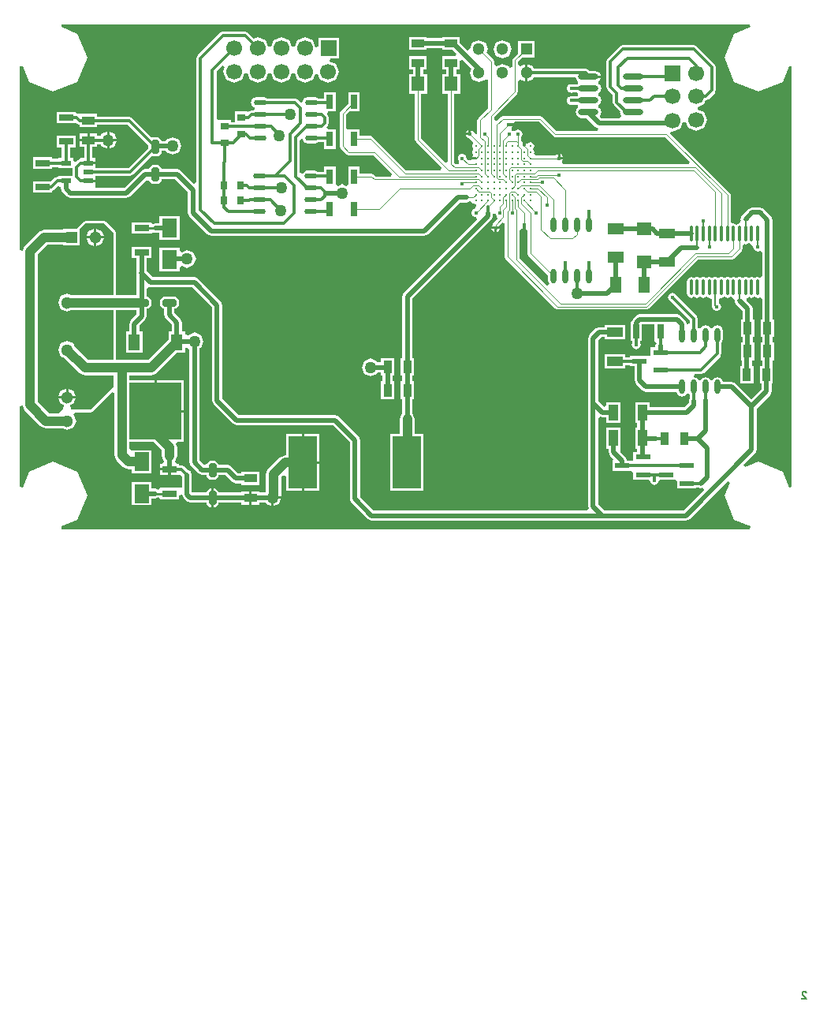
<source format=gtl>
%FSLAX42Y42*%
%MOMM*%
G71*
G01*
G75*
G04 Layer_Physical_Order=1*
G04 Layer_Color=255*
%ADD10R,1.45X1.65*%
%ADD11R,1.65X1.45*%
%ADD12O,2.20X0.60*%
%ADD13R,1.30X1.80*%
%ADD14R,5.55X6.10*%
%ADD15R,1.55X0.60*%
%ADD16R,0.80X0.90*%
%ADD17R,0.90X0.80*%
%ADD18R,1.40X0.90*%
%ADD19R,0.90X1.40*%
%ADD20R,1.15X1.80*%
%ADD21R,1.80X1.15*%
%ADD22R,1.55X0.70*%
%ADD23R,0.70X1.55*%
%ADD24R,1.00X1.75*%
%ADD25R,1.75X1.00*%
%ADD26R,3.10X5.60*%
%ADD27C,0.29*%
%ADD28O,0.40X1.70*%
%ADD29R,1.65X2.00*%
G04:AMPARAMS|DCode=30|XSize=0.8mm|YSize=1.5mm|CornerRadius=0mm|HoleSize=0mm|Usage=FLASHONLY|Rotation=180.000|XOffset=0mm|YOffset=0mm|HoleType=Round|Shape=Octagon|*
%AMOCTAGOND30*
4,1,8,0.20,-0.75,-0.20,-0.75,-0.40,-0.55,-0.40,0.55,-0.20,0.75,0.20,0.75,0.40,0.55,0.40,-0.55,0.20,-0.75,0.0*
%
%ADD30OCTAGOND30*%

G04:AMPARAMS|DCode=31|XSize=0.8mm|YSize=1.5mm|CornerRadius=0mm|HoleSize=0mm|Usage=FLASHONLY|Rotation=90.000|XOffset=0mm|YOffset=0mm|HoleType=Round|Shape=Octagon|*
%AMOCTAGOND31*
4,1,8,-0.75,-0.20,-0.75,0.20,-0.55,0.40,0.55,0.40,0.75,0.20,0.75,-0.20,0.55,-0.40,-0.55,-0.40,-0.75,-0.20,0.0*
%
%ADD31OCTAGOND31*%

%ADD32O,1.35X0.55*%
%ADD33O,0.60X1.55*%
%ADD34R,1.10X0.60*%
%ADD35C,0.50*%
%ADD36C,0.30*%
%ADD37C,0.10*%
%ADD38C,1.00*%
%ADD39C,0.25*%
%ADD40C,0.15*%
%ADD41C,0.20*%
%ADD42C,1.70*%
%ADD43R,1.70X1.70*%
%ADD44R,1.70X1.70*%
%ADD45C,1.30*%
%ADD46R,1.30X1.30*%
%ADD47C,1.27*%
%ADD48C,0.40*%
G36*
X5473Y3265D02*
X5492Y3252D01*
Y3009D01*
X5502Y2986D01*
X5713Y2775D01*
Y2714D01*
X5727Y2682D01*
X5702Y2665D01*
X5412Y2955D01*
Y3259D01*
X5437Y3276D01*
X5447Y3271D01*
Y3315D01*
X5473D01*
Y3265D01*
D02*
G37*
G36*
X5770Y4267D02*
X5793Y4257D01*
X6974D01*
X7238Y3993D01*
X7226Y3965D01*
X5873D01*
X5867Y3995D01*
X5868Y3995D01*
X5878Y4017D01*
X5834D01*
Y4030D01*
X5821D01*
Y4074D01*
X5799Y4065D01*
X5798Y4063D01*
X5582D01*
X5565Y4088D01*
X5568Y4095D01*
X5556Y4126D01*
D01*
X5556Y4126D01*
Y4129D01*
X5556D01*
X5568Y4160D01*
X5556Y4191D01*
X5525Y4203D01*
X5494Y4191D01*
D01*
Y4191D01*
X5491D01*
Y4191D01*
X5473Y4198D01*
Y4160D01*
X5447D01*
Y4204D01*
X5428Y4217D01*
Y4254D01*
X5430Y4255D01*
X5444Y4290D01*
X5430Y4325D01*
X5395Y4339D01*
X5360Y4325D01*
D01*
Y4325D01*
X5332D01*
Y4325D01*
X5327Y4327D01*
X5325Y4355D01*
X5325D01*
X5325Y4355D01*
D01*
D01*
D01*
X5334Y4377D01*
X5290D01*
Y4403D01*
X5343D01*
X5354Y4420D01*
X5617D01*
X5770Y4267D01*
D02*
G37*
G36*
X1050Y3231D02*
Y2563D01*
X589D01*
X550Y2579D01*
X481Y2550D01*
X452Y2481D01*
X481Y2412D01*
X550Y2383D01*
X589Y2400D01*
X1050D01*
Y1863D01*
X776D01*
X635Y2003D01*
X619Y2042D01*
X550Y2071D01*
X481Y2042D01*
X452Y1973D01*
X481Y1904D01*
X520Y1888D01*
X684Y1724D01*
X742Y1700D01*
X1050D01*
Y1581D01*
X800Y1331D01*
X593D01*
X583Y1381D01*
X619Y1396D01*
X643Y1453D01*
X550D01*
X457D01*
X481Y1396D01*
X517Y1381D01*
X507Y1331D01*
X500D01*
X462Y1293D01*
X354D01*
X232Y1415D01*
Y2997D01*
X334Y3100D01*
X506D01*
Y3091D01*
X686D01*
Y3272D01*
X746Y3331D01*
X950D01*
X1050Y3231D01*
D02*
G37*
G36*
X8471Y-4904D02*
X8475Y-4905D01*
X8479Y-4906D01*
X8480Y-4906D01*
X8482Y-4907D01*
X8483Y-4907D01*
X8484Y-4908D01*
X8485Y-4909D01*
X8486Y-4909D01*
X8487Y-4910D01*
X8487Y-4910D01*
X8488Y-4910D01*
X8488Y-4910D01*
X8489Y-4911D01*
X8491Y-4913D01*
X8492Y-4915D01*
X8493Y-4916D01*
X8495Y-4920D01*
X8496Y-4924D01*
X8496Y-4925D01*
X8497Y-4927D01*
X8497Y-4928D01*
X8497Y-4930D01*
X8498Y-4931D01*
Y-4931D01*
X8498Y-4932D01*
Y-4932D01*
X8479Y-4934D01*
X8479Y-4931D01*
X8479Y-4929D01*
X8478Y-4927D01*
X8477Y-4925D01*
X8477Y-4924D01*
X8476Y-4923D01*
X8476Y-4922D01*
X8476Y-4922D01*
X8474Y-4921D01*
X8473Y-4920D01*
X8471Y-4920D01*
X8470Y-4919D01*
X8468Y-4919D01*
X8467Y-4919D01*
X8466D01*
X8464Y-4919D01*
X8462Y-4919D01*
X8461Y-4920D01*
X8460Y-4920D01*
X8458Y-4921D01*
X8458Y-4922D01*
X8457Y-4922D01*
X8457Y-4922D01*
X8456Y-4923D01*
X8455Y-4925D01*
X8455Y-4927D01*
X8454Y-4928D01*
X8454Y-4929D01*
X8454Y-4931D01*
Y-4931D01*
Y-4931D01*
Y-4932D01*
X8454Y-4934D01*
X8454Y-4936D01*
X8455Y-4938D01*
X8456Y-4939D01*
X8456Y-4941D01*
X8457Y-4942D01*
X8457Y-4943D01*
X8458Y-4943D01*
X8458Y-4944D01*
X8459Y-4945D01*
X8460Y-4946D01*
X8461Y-4947D01*
X8464Y-4950D01*
X8466Y-4952D01*
X8469Y-4955D01*
X8470Y-4956D01*
X8471Y-4957D01*
X8472Y-4957D01*
X8472Y-4958D01*
X8473Y-4958D01*
X8473Y-4959D01*
X8476Y-4961D01*
X8478Y-4964D01*
X8481Y-4966D01*
X8483Y-4968D01*
X8485Y-4970D01*
X8486Y-4972D01*
X8488Y-4974D01*
X8489Y-4976D01*
X8490Y-4977D01*
X8491Y-4978D01*
X8492Y-4979D01*
X8493Y-4980D01*
X8493Y-4981D01*
X8493Y-4981D01*
X8494Y-4982D01*
Y-4982D01*
X8495Y-4985D01*
X8497Y-4988D01*
X8498Y-4991D01*
X8499Y-4994D01*
X8499Y-4997D01*
X8500Y-4998D01*
X8500Y-4998D01*
X8500Y-4999D01*
X8500Y-5000D01*
Y-5000D01*
Y-5000D01*
X8435D01*
Y-4983D01*
X8472D01*
X8471Y-4981D01*
X8470Y-4979D01*
X8469Y-4979D01*
X8469Y-4978D01*
X8469Y-4978D01*
X8468Y-4978D01*
X8468Y-4977D01*
X8467Y-4977D01*
X8466Y-4975D01*
X8464Y-4973D01*
X8462Y-4971D01*
X8460Y-4970D01*
X8459Y-4968D01*
X8458Y-4968D01*
X8458Y-4967D01*
X8457Y-4967D01*
X8457Y-4967D01*
X8454Y-4964D01*
X8452Y-4962D01*
X8450Y-4960D01*
X8448Y-4958D01*
X8447Y-4957D01*
X8446Y-4956D01*
X8445Y-4955D01*
X8445Y-4955D01*
X8443Y-4952D01*
X8442Y-4950D01*
X8441Y-4948D01*
X8439Y-4946D01*
X8439Y-4945D01*
X8438Y-4944D01*
X8438Y-4943D01*
X8438Y-4943D01*
X8437Y-4940D01*
X8436Y-4938D01*
X8436Y-4936D01*
X8436Y-4934D01*
X8435Y-4933D01*
X8435Y-4931D01*
Y-4931D01*
Y-4930D01*
X8435Y-4928D01*
X8436Y-4926D01*
X8436Y-4924D01*
X8437Y-4922D01*
X8438Y-4919D01*
X8439Y-4916D01*
X8440Y-4915D01*
X8441Y-4914D01*
X8442Y-4913D01*
X8442Y-4913D01*
X8443Y-4912D01*
X8443Y-4911D01*
X8443Y-4911D01*
X8444Y-4911D01*
X8445Y-4910D01*
X8447Y-4909D01*
X8449Y-4908D01*
X8450Y-4907D01*
X8454Y-4905D01*
X8458Y-4905D01*
X8459Y-4904D01*
X8461Y-4904D01*
X8462Y-4904D01*
X8464Y-4904D01*
X8464Y-4904D01*
X8468D01*
X8471Y-4904D01*
D02*
G37*
G36*
X1446Y2643D02*
X1895D01*
X2107Y2431D01*
Y1430D01*
X2123Y1391D01*
X2334Y1180D01*
X2373Y1164D01*
X3406D01*
X3585Y985D01*
Y374D01*
X3601Y335D01*
X3780Y156D01*
X3819Y140D01*
X7195D01*
X7234Y156D01*
X7234Y156D01*
X7234Y156D01*
X7643Y565D01*
X7668Y549D01*
X7609Y408D01*
X7716Y149D01*
X7887Y78D01*
X7881Y49D01*
X494D01*
X488Y78D01*
X659Y149D01*
X766Y408D01*
X659Y666D01*
X400Y773D01*
X141Y666D01*
X71Y496D01*
X41Y502D01*
Y1370D01*
X71Y1376D01*
X92Y1324D01*
X262Y1154D01*
X320Y1130D01*
X511D01*
X550Y1113D01*
X619Y1142D01*
X648Y1211D01*
X620Y1279D01*
X637Y1304D01*
X800D01*
X800Y1304D01*
X814Y1309D01*
X819Y1312D01*
X819Y1312D01*
X1028Y1521D01*
X1056Y1509D01*
Y845D01*
X1080Y787D01*
X1154Y714D01*
X1211Y690D01*
X1242D01*
Y646D01*
X1458D01*
Y897D01*
X1242D01*
Y897D01*
X1240D01*
X1219Y918D01*
Y986D01*
X1480D01*
X1568Y897D01*
Y831D01*
X1591Y777D01*
X1574Y752D01*
X1547D01*
Y704D01*
X1650D01*
Y691D01*
X1663D01*
Y631D01*
X1753D01*
Y631D01*
X1760D01*
X1782Y610D01*
Y492D01*
X1753D01*
Y492D01*
X1547D01*
Y492D01*
X1532Y472D01*
X1500Y486D01*
X1458D01*
Y557D01*
X1242D01*
Y306D01*
X1458D01*
Y377D01*
X1500D01*
X1532Y390D01*
X1532Y390D01*
Y390D01*
X1547Y371D01*
Y371D01*
X1753D01*
Y415D01*
X1782Y421D01*
X1798Y384D01*
X1831Y350D01*
X1870Y334D01*
X2047D01*
Y321D01*
X2080Y288D01*
X2100D01*
Y389D01*
Y489D01*
X2080D01*
X2047Y456D01*
Y443D01*
X1893D01*
X1891Y445D01*
Y634D01*
X1875Y672D01*
X1849Y683D01*
X1810Y722D01*
X1779Y735D01*
X1779Y735D01*
X1753D01*
Y752D01*
X1726D01*
X1709Y777D01*
X1732Y831D01*
Y931D01*
X1719Y961D01*
X1736Y986D01*
X1803D01*
Y1304D01*
X1500D01*
Y1316D01*
X1487D01*
Y1647D01*
X1219D01*
Y1700D01*
X1454D01*
X1512Y1724D01*
X1512Y1724D01*
X1512Y1724D01*
X1729Y1941D01*
X1819D01*
Y1991D01*
X1840Y1995D01*
X1863Y1976D01*
Y764D01*
X1879Y725D01*
X1959Y645D01*
X1959D01*
X1959D01*
X1959Y645D01*
X1959Y645D01*
X1998Y629D01*
X2047D01*
Y616D01*
X2080Y583D01*
X2145D01*
X2178Y616D01*
Y629D01*
X2251D01*
X2326Y554D01*
X2365Y538D01*
X2423D01*
Y522D01*
X2614D01*
Y663D01*
X2423D01*
Y647D01*
X2388D01*
X2312Y722D01*
X2274Y738D01*
X2178D01*
Y751D01*
X2145Y784D01*
X2080D01*
X2047Y751D01*
Y750D01*
X2019Y739D01*
X1972Y786D01*
Y1990D01*
X1986Y1996D01*
X2014Y2064D01*
X1986Y2132D01*
X1917Y2160D01*
X1849Y2132D01*
X1849Y2130D01*
X1819Y2136D01*
Y2172D01*
X1784D01*
Y2269D01*
X1772Y2296D01*
X1768Y2307D01*
X1702Y2373D01*
Y2416D01*
X1715D01*
X1748Y2449D01*
Y2514D01*
X1715Y2547D01*
X1580D01*
X1547Y2514D01*
Y2449D01*
X1580Y2416D01*
X1593D01*
Y2350D01*
X1609Y2311D01*
X1674Y2246D01*
Y2172D01*
X1639D01*
Y2081D01*
X1420Y1863D01*
X1077D01*
Y2400D01*
X1298D01*
Y2356D01*
X1232Y2291D01*
X1216Y2252D01*
Y2172D01*
X1181D01*
Y1941D01*
X1361D01*
Y2172D01*
X1326D01*
Y2230D01*
X1391Y2295D01*
X1407Y2334D01*
X1407Y2334D01*
X1407Y2334D01*
Y2416D01*
X1420D01*
X1453Y2449D01*
Y2514D01*
X1420Y2547D01*
X1405D01*
Y2633D01*
X1429Y2650D01*
X1446Y2643D01*
D02*
G37*
G36*
X4893Y4991D02*
X4875Y4946D01*
X4903Y4877D01*
X4972Y4848D01*
X5042Y4877D01*
X5042D01*
X5042D01*
X5070Y4871D01*
Y4566D01*
X4965Y4462D01*
X4956Y4439D01*
Y4295D01*
X4947Y4291D01*
X4919Y4303D01*
X4910Y4325D01*
X4888Y4334D01*
Y4290D01*
X4875D01*
Y4277D01*
X4831D01*
X4840Y4255D01*
X4875Y4241D01*
X4877Y4242D01*
X4913Y4206D01*
X4909Y4191D01*
X4909Y4191D01*
X4909Y4191D01*
X4897Y4160D01*
X4909Y4129D01*
D01*
Y4129D01*
Y4129D01*
D01*
X4909Y4126D01*
X4909D01*
X4897Y4095D01*
X4909Y4064D01*
D01*
Y4064D01*
Y4064D01*
D01*
X4909Y4061D01*
X4909D01*
X4902Y4043D01*
X4940D01*
Y4017D01*
X4896D01*
X4892Y4011D01*
X4862Y4008D01*
X4842Y4028D01*
X4843Y4030D01*
X4828Y4065D01*
X4794Y4079D01*
X4759Y4065D01*
X4745Y4030D01*
X4759Y3995D01*
X4760Y3995D01*
X4754Y3965D01*
X4726D01*
X4707Y3985D01*
Y4720D01*
X4773D01*
Y4935D01*
X4729D01*
Y4983D01*
X4769D01*
Y5076D01*
X4797Y5087D01*
X4893Y4991D01*
D02*
G37*
G36*
X7887Y5437D02*
X7716Y5366D01*
X7609Y5108D01*
X7716Y4849D01*
X7975Y4742D01*
X8234Y4849D01*
X8304Y5019D01*
X8334Y5013D01*
Y502D01*
X8304Y496D01*
X8234Y666D01*
X7975Y773D01*
X7834Y715D01*
X7817Y740D01*
X7939Y861D01*
X7955Y900D01*
Y1345D01*
X8099Y1489D01*
X8115Y1527D01*
Y1611D01*
X8130D01*
Y1802D01*
X8125D01*
Y1862D01*
X8140D01*
Y2053D01*
X8125D01*
Y2112D01*
X8140D01*
Y2303D01*
X8125D01*
Y3370D01*
X8109Y3409D01*
X8031Y3486D01*
X7992Y3502D01*
X7907D01*
X7869Y3486D01*
X7798Y3415D01*
X7782Y3376D01*
X7785Y3367D01*
X7771Y3333D01*
X7771D01*
X7771Y3333D01*
X7739Y3319D01*
X7706Y3333D01*
X7699Y3330D01*
X7674Y3347D01*
Y3636D01*
X7665Y3660D01*
X7030Y4294D01*
X7047Y4319D01*
X7053Y4317D01*
X7137Y4352D01*
X7165Y4419D01*
X7195D01*
X7222Y4354D01*
X7307Y4319D01*
X7391Y4354D01*
X7426Y4438D01*
X7391Y4522D01*
X7325Y4550D01*
Y4580D01*
X7391Y4608D01*
X7408Y4649D01*
X7437Y4661D01*
X7506Y4730D01*
X7506Y4730D01*
X7510Y4739D01*
X7519Y4761D01*
X7519Y4761D01*
Y5005D01*
X7506Y5036D01*
X7506Y5036D01*
X7311Y5231D01*
X7280Y5244D01*
X7280Y5244D01*
X6516D01*
X6516Y5244D01*
X6501Y5237D01*
X6485Y5231D01*
X6485Y5231D01*
X6355Y5101D01*
X6343Y5070D01*
X6343Y5070D01*
Y4794D01*
X6343Y4794D01*
X6355Y4763D01*
X6409Y4709D01*
Y4630D01*
X6409Y4630D01*
X6422Y4599D01*
X6490Y4531D01*
X6486Y4522D01*
X6502Y4483D01*
X6486Y4458D01*
X6287D01*
X6268Y4477D01*
X6269Y4480D01*
X6269Y4480D01*
X6269Y4480D01*
X6286Y4522D01*
X6269Y4564D01*
X6254Y4571D01*
Y4601D01*
X6269Y4607D01*
X6286Y4649D01*
X6269Y4691D01*
X6254Y4697D01*
Y4728D01*
X6269Y4734D01*
X6286Y4776D01*
X6269Y4818D01*
X6254Y4824D01*
Y4854D01*
X6269Y4861D01*
X6281Y4890D01*
X6146D01*
Y4916D01*
X6281D01*
X6269Y4945D01*
X6226Y4963D01*
X6165D01*
X6151Y4977D01*
X6120Y4990D01*
X6120Y4990D01*
X5560D01*
X5550Y5015D01*
X5493Y5039D01*
Y4946D01*
Y4853D01*
X5550Y4877D01*
X5560Y4902D01*
X6007D01*
X6024Y4861D01*
X6039Y4854D01*
Y4824D01*
X6031Y4821D01*
X5977D01*
X5964Y4827D01*
X5929Y4812D01*
X5915Y4778D01*
X5929Y4743D01*
X5964Y4728D01*
X5977Y4734D01*
X6024D01*
X6024Y4734D01*
X6039Y4728D01*
Y4697D01*
X6027Y4693D01*
X5977D01*
X5964Y4698D01*
X5929Y4684D01*
X5915Y4649D01*
X5929Y4614D01*
X5964Y4600D01*
X5977Y4605D01*
X6027D01*
X6039Y4601D01*
Y4571D01*
X6024Y4564D01*
X6006Y4522D01*
X6024Y4480D01*
X6066Y4462D01*
X6129D01*
X6226Y4365D01*
X6226Y4365D01*
X6226D01*
X6226Y4365D01*
X6226D01*
Y4365D01*
D01*
D01*
D01*
D01*
X6226D01*
Y4365D01*
D01*
X6257Y4352D01*
X6251Y4323D01*
X5807D01*
X5654Y4476D01*
X5631Y4485D01*
X5233D01*
X5209Y4476D01*
X5163Y4430D01*
X5135Y4441D01*
Y4469D01*
X5386Y4719D01*
X5395Y4742D01*
Y4856D01*
X5420Y4873D01*
X5468Y4853D01*
Y4946D01*
Y5039D01*
X5420Y5019D01*
X5395Y5036D01*
Y5068D01*
X5437Y5110D01*
X5571D01*
Y5290D01*
X5390D01*
Y5156D01*
X5339Y5105D01*
X5330Y5082D01*
Y5010D01*
X5300Y5004D01*
X5296Y5015D01*
X5226Y5044D01*
X5160Y5016D01*
X5135Y5033D01*
Y5070D01*
X5126Y5093D01*
X5055Y5164D01*
X5070Y5200D01*
X5042Y5269D01*
X4972Y5298D01*
X4903Y5269D01*
X4875Y5200D01*
X4875Y5200D01*
X4875D01*
X4853Y5185D01*
X4769Y5269D01*
Y5334D01*
X4579D01*
Y5318D01*
X4412D01*
Y5334D01*
X4221D01*
Y5193D01*
X4412D01*
Y5209D01*
X4579D01*
Y5193D01*
X4691D01*
X4732Y5152D01*
X4721Y5124D01*
X4579D01*
Y4983D01*
X4619D01*
Y4935D01*
X4577D01*
Y4720D01*
X4641D01*
Y3992D01*
X4613Y3981D01*
X4353Y4241D01*
Y4720D01*
X4418D01*
Y4935D01*
X4374D01*
Y4983D01*
X4412D01*
Y5124D01*
X4221D01*
Y4983D01*
X4264D01*
Y4935D01*
X4222D01*
Y4720D01*
X4287D01*
Y4227D01*
X4297Y4204D01*
X4573Y3928D01*
X4561Y3900D01*
X4194D01*
X3836Y4258D01*
X3812Y4268D01*
X3693D01*
Y4338D01*
X3572D01*
Y4338D01*
X3564D01*
X3543Y4359D01*
Y4499D01*
X3576Y4532D01*
X3693D01*
Y4738D01*
X3572D01*
Y4621D01*
X3487Y4536D01*
X3477Y4512D01*
Y4160D01*
X3477Y4160D01*
X3477D01*
X3487Y4137D01*
X3552Y4072D01*
X3575Y4062D01*
X3838D01*
X4037Y3863D01*
X4025Y3835D01*
X3865D01*
X3842Y3858D01*
X3819Y3868D01*
X3693D01*
Y3938D01*
X3572D01*
Y3750D01*
X3547Y3734D01*
X3504Y3752D01*
X3458Y3733D01*
X3433Y3750D01*
Y3938D01*
X3312D01*
Y3881D01*
X3238D01*
X3206Y3895D01*
X3126D01*
X3085Y3878D01*
X3079Y3864D01*
X3050Y3870D01*
Y4217D01*
X3073Y4236D01*
X3081Y4235D01*
X3093Y4205D01*
X3134Y4188D01*
X3214D01*
X3246Y4201D01*
X3312D01*
Y4132D01*
X3433D01*
Y4338D01*
X3350D01*
X3338Y4366D01*
X3346Y4373D01*
X3346Y4373D01*
X3350Y4382D01*
X3359Y4404D01*
X3359Y4404D01*
Y4469D01*
X3359Y4469D01*
X3352Y4484D01*
X3346Y4500D01*
X3346Y4500D01*
X3341Y4504D01*
X3353Y4532D01*
X3433D01*
Y4738D01*
X3312D01*
Y4670D01*
X3246D01*
X3214Y4683D01*
X3134D01*
X3093Y4666D01*
X3081Y4637D01*
X3052Y4631D01*
X3026Y4657D01*
X2995Y4670D01*
X2995Y4670D01*
X2696D01*
X2664Y4683D01*
X2584D01*
X2543Y4666D01*
X2526Y4626D01*
X2543Y4586D01*
X2563Y4578D01*
Y4547D01*
X2551Y4543D01*
X2529D01*
X2529Y4543D01*
X2507Y4534D01*
X2498Y4530D01*
X2498Y4530D01*
X2497Y4528D01*
X2492Y4530D01*
Y4530D01*
X2492Y4530D01*
X2351D01*
Y4419D01*
X2313D01*
Y4440D01*
X2172D01*
D01*
X2172D01*
X2154Y4459D01*
Y4960D01*
X2219Y5026D01*
X2244Y5009D01*
X2222Y4956D01*
X2257Y4872D01*
X2342Y4837D01*
X2426Y4872D01*
X2454Y4938D01*
X2484D01*
X2511Y4872D01*
X2596Y4837D01*
X2680Y4872D01*
X2708Y4938D01*
X2738D01*
X2765Y4872D01*
X2850Y4837D01*
X2934Y4872D01*
X2962Y4938D01*
X2992D01*
X3019Y4872D01*
X3104Y4837D01*
X3188Y4872D01*
X3214Y4935D01*
X3244D01*
X3270Y4873D01*
X3355Y4838D01*
X3439Y4873D01*
X3474Y4957D01*
X3439Y5042D01*
X3370Y5070D01*
X3376Y5100D01*
X3468D01*
Y5321D01*
X3247D01*
Y5229D01*
X3218Y5223D01*
X3188Y5295D01*
X3104Y5330D01*
X3019Y5295D01*
X2992Y5228D01*
X2962D01*
X2934Y5295D01*
X2850Y5330D01*
X2765Y5295D01*
X2738Y5228D01*
X2708D01*
X2680Y5295D01*
X2596Y5330D01*
X2555Y5313D01*
X2491Y5377D01*
X2460Y5390D01*
X2460Y5390D01*
X2226D01*
X2195Y5377D01*
X2195Y5377D01*
X1952Y5133D01*
X1939Y5103D01*
X1939Y5102D01*
Y3768D01*
X1911Y3756D01*
X1770Y3897D01*
X1731Y3913D01*
X1562D01*
Y3926D01*
X1529Y3959D01*
X1464D01*
X1431Y3926D01*
Y3913D01*
X1389D01*
X1350Y3897D01*
X1164Y3711D01*
X858D01*
Y3733D01*
X858D01*
Y3776D01*
X778D01*
Y3801D01*
X858D01*
Y3828D01*
Y3840D01*
X1226D01*
X1226Y3840D01*
X1257Y3853D01*
X1458Y4053D01*
X1464D01*
X1464Y4053D01*
X1464Y4053D01*
X1529D01*
X1562Y4086D01*
Y4107D01*
X1611D01*
X1617Y4093D01*
X1685Y4065D01*
X1753Y4093D01*
X1781Y4161D01*
X1753Y4229D01*
X1685Y4257D01*
X1617Y4229D01*
X1611Y4216D01*
X1562D01*
Y4221D01*
X1529Y4254D01*
X1464D01*
X1464Y4254D01*
X1464Y4254D01*
X1458D01*
X1246Y4466D01*
X1215Y4479D01*
X1215Y4479D01*
X875D01*
Y4505D01*
X685D01*
Y4505D01*
X667Y4505D01*
X650Y4512D01*
Y4512D01*
D01*
X650D01*
Y4512D01*
D01*
X640Y4522D01*
Y4529D01*
X435D01*
Y4408D01*
X640D01*
X640Y4408D01*
Y4408D01*
X646Y4411D01*
X653Y4404D01*
X653Y4404D01*
X662Y4400D01*
X684Y4391D01*
X684Y4391D01*
Y4391D01*
X685Y4390D01*
Y4365D01*
X875D01*
Y4391D01*
X1197D01*
X1419Y4169D01*
Y4139D01*
X1208Y3927D01*
X858D01*
Y3939D01*
Y3966D01*
X778D01*
Y3991D01*
X858D01*
Y4034D01*
X824D01*
Y4155D01*
X875D01*
Y4181D01*
X913D01*
X923Y4157D01*
X979Y4134D01*
Y4225D01*
Y4316D01*
X923Y4293D01*
X913Y4269D01*
X875D01*
Y4295D01*
X793D01*
Y4225D01*
X780D01*
Y4212D01*
X685D01*
Y4155D01*
X736D01*
Y4034D01*
X697D01*
Y4022D01*
X696D01*
X665Y4010D01*
X665Y4010D01*
X646Y3990D01*
X618Y4001D01*
Y4034D01*
X581D01*
Y4148D01*
X640D01*
Y4269D01*
X546D01*
X538Y4272D01*
X529Y4269D01*
X435D01*
Y4148D01*
X494D01*
Y4034D01*
X457D01*
Y4022D01*
X390D01*
Y4039D01*
X185D01*
Y3918D01*
X390D01*
Y3935D01*
X457D01*
Y3923D01*
X606D01*
Y3844D01*
X457D01*
Y3842D01*
X447Y3832D01*
D01*
Y3832D01*
X447D01*
D01*
Y3832D01*
X426Y3823D01*
X417Y3820D01*
X417Y3820D01*
X376Y3779D01*
X185D01*
Y3658D01*
X390D01*
Y3680D01*
X408Y3688D01*
X455Y3734D01*
X457Y3733D01*
Y3733D01*
X457Y3733D01*
X458D01*
X483Y3723D01*
D01*
X483Y3704D01*
X483Y3704D01*
X483Y3704D01*
X499Y3665D01*
X546Y3618D01*
X585Y3602D01*
X1186D01*
X1225Y3618D01*
X1398Y3791D01*
X1431Y3791D01*
Y3791D01*
X1431Y3791D01*
X1464Y3758D01*
X1529D01*
X1562Y3791D01*
Y3804D01*
X1709D01*
X1847Y3666D01*
Y3445D01*
X1863Y3406D01*
X2058Y3211D01*
X2096Y3195D01*
X4388D01*
X4426Y3211D01*
X4426Y3211D01*
X4426Y3211D01*
X4768Y3553D01*
X4842D01*
X4877Y3567D01*
X4905Y3556D01*
X4909Y3544D01*
X4940Y3532D01*
X4945Y3519D01*
X4934Y3492D01*
X4905Y3480D01*
X4891Y3445D01*
X4905Y3410D01*
X4940Y3396D01*
X4951Y3370D01*
X4165Y2585D01*
X4149Y2546D01*
Y1885D01*
X4133D01*
Y1695D01*
X4149D01*
Y1635D01*
X4133D01*
Y1445D01*
X4149D01*
Y1289D01*
X4146Y1288D01*
X4122Y1230D01*
Y1069D01*
X4019D01*
Y458D01*
X4379D01*
Y1069D01*
X4285D01*
Y1230D01*
X4261Y1288D01*
X4258Y1289D01*
Y1445D01*
X4274D01*
Y1635D01*
X4258D01*
Y1695D01*
X4274D01*
Y1885D01*
X4258D01*
Y2524D01*
X5109Y3374D01*
X5125Y3412D01*
Y3432D01*
X5154Y3437D01*
X5165Y3410D01*
X5165Y3410D01*
X5165D01*
X5171Y3383D01*
X5128Y3340D01*
X5119Y3318D01*
X5117Y3317D01*
X5107Y3295D01*
X5195D01*
X5190Y3308D01*
X5221Y3339D01*
X5248Y3328D01*
Y2974D01*
X5248Y2974D01*
X5248D01*
X5258Y2950D01*
X5794Y2414D01*
X5817Y2405D01*
X6776D01*
X6800Y2414D01*
X7326Y2941D01*
X7686D01*
X7710Y2950D01*
X7795Y3035D01*
X7804Y3059D01*
X7804Y3059D01*
X7804Y3059D01*
Y3059D01*
Y3091D01*
X7829Y3108D01*
X7836Y3105D01*
X7869Y3118D01*
X7901Y3105D01*
Y3105D01*
D01*
X7901D01*
Y3105D01*
D01*
X7919Y3083D01*
X7917Y3077D01*
X7932Y3043D01*
X7966Y3028D01*
X7991Y3038D01*
X8015Y3022D01*
Y2765D01*
X7991Y2748D01*
X7966Y2758D01*
X7934Y2744D01*
X7901Y2758D01*
X7869Y2744D01*
X7836Y2758D01*
X7804Y2744D01*
X7771Y2758D01*
X7739Y2744D01*
X7706Y2758D01*
X7674Y2744D01*
X7641Y2758D01*
X7609Y2744D01*
X7576Y2758D01*
X7544Y2744D01*
X7511Y2758D01*
X7479Y2744D01*
X7446Y2758D01*
X7414Y2744D01*
X7381Y2758D01*
X7349Y2744D01*
X7316Y2758D01*
X7284Y2744D01*
X7251Y2758D01*
X7217Y2743D01*
X7202Y2709D01*
Y2579D01*
X7217Y2544D01*
X7251Y2530D01*
X7284Y2543D01*
X7316Y2530D01*
X7349Y2543D01*
X7381Y2530D01*
X7414Y2543D01*
X7446Y2530D01*
X7451Y2531D01*
X7476Y2515D01*
Y2450D01*
X7476Y2450D01*
X7476D01*
X7478Y2445D01*
X7475Y2438D01*
X7489Y2403D01*
X7524Y2388D01*
X7558Y2403D01*
X7573Y2438D01*
X7558Y2472D01*
X7547Y2477D01*
Y2515D01*
X7572Y2531D01*
X7576Y2530D01*
X7609Y2543D01*
X7641Y2530D01*
X7674Y2543D01*
X7706Y2530D01*
X7706Y2530D01*
Y2530D01*
X7722Y2514D01*
X7717Y2502D01*
X7733Y2464D01*
X7805Y2391D01*
Y2303D01*
X7790D01*
Y2112D01*
X7805D01*
Y2053D01*
X7790D01*
Y1862D01*
X7795D01*
Y1802D01*
X7780D01*
Y1611D01*
X7920D01*
Y1802D01*
X7905D01*
Y1862D01*
X7930D01*
Y2053D01*
X7915D01*
Y2112D01*
X7930D01*
Y2303D01*
X7915D01*
Y2414D01*
X7899Y2452D01*
X7845Y2506D01*
X7849Y2526D01*
X7875Y2540D01*
X7874Y2541D01*
X7901Y2530D01*
X7934Y2543D01*
X7966Y2530D01*
X7991Y2540D01*
X8015Y2523D01*
Y2303D01*
X8000D01*
Y2112D01*
X8015D01*
Y2053D01*
X8000D01*
Y1862D01*
X8015D01*
Y1802D01*
X7990D01*
Y1611D01*
X8005D01*
Y1550D01*
X7897Y1442D01*
X7725Y1615D01*
X7686Y1631D01*
X7591D01*
X7577Y1666D01*
X7534Y1684D01*
X7492Y1666D01*
X7486Y1651D01*
X7456D01*
X7450Y1666D01*
X7407Y1684D01*
X7365Y1666D01*
X7359Y1651D01*
X7329D01*
X7323Y1666D01*
X7282Y1683D01*
X7288Y1713D01*
X7356D01*
X7356Y1713D01*
X7387Y1725D01*
X7565Y1903D01*
X7565Y1903D01*
X7572Y1919D01*
X7578Y1934D01*
X7578Y1934D01*
Y2045D01*
X7594Y2084D01*
Y2179D01*
X7577Y2221D01*
X7534Y2239D01*
X7492Y2221D01*
X7486Y2206D01*
X7456D01*
X7450Y2221D01*
X7407Y2239D01*
X7365Y2221D01*
X7359Y2206D01*
X7329D01*
X7324Y2218D01*
Y2307D01*
X7324Y2307D01*
X7315Y2329D01*
X7311Y2338D01*
X7311Y2338D01*
X7093Y2557D01*
X7087Y2570D01*
X7053Y2584D01*
X7018Y2570D01*
X7003Y2535D01*
X7018Y2500D01*
X7031Y2495D01*
X7237Y2289D01*
Y2254D01*
X7207Y2248D01*
X7192Y2285D01*
X7139Y2339D01*
X7100Y2355D01*
X6700D01*
X6661Y2339D01*
X6624Y2301D01*
X6613Y2274D01*
X6601D01*
Y2068D01*
X6619D01*
Y2042D01*
X6613Y2029D01*
X6628Y1994D01*
X6662Y1980D01*
X6697Y1994D01*
X6711Y2029D01*
X6706Y2042D01*
Y2068D01*
X6722D01*
Y2244D01*
X6723Y2245D01*
X6861D01*
Y2068D01*
X6861D01*
X6878Y2047D01*
D01*
D01*
X6867Y2021D01*
Y2002D01*
X6818D01*
Y1907D01*
X6799D01*
Y1907D01*
X6593D01*
Y1895D01*
X6547D01*
Y1929D01*
X6321D01*
Y1778D01*
X6547D01*
Y1808D01*
X6593D01*
Y1796D01*
X6642D01*
Y1646D01*
X6642Y1646D01*
X6642Y1646D01*
X6658Y1608D01*
X6728Y1538D01*
X6766Y1522D01*
X7096D01*
X7111Y1486D01*
X7153Y1469D01*
X7196Y1486D01*
X7202Y1501D01*
X7232D01*
X7237Y1490D01*
Y1456D01*
X7226Y1430D01*
Y1403D01*
X7179Y1356D01*
X6803D01*
Y1414D01*
X6652D01*
Y1188D01*
X6673D01*
Y1138D01*
X6652D01*
Y912D01*
X6673D01*
Y880D01*
X6632D01*
Y785D01*
X6613D01*
Y785D01*
X6563D01*
X6549Y821D01*
X6493Y877D01*
X6493Y912D01*
X6493D01*
Y1138D01*
X6342D01*
Y912D01*
X6363D01*
Y875D01*
X6363Y875D01*
X6363Y875D01*
X6379Y836D01*
X6414Y802D01*
X6407Y785D01*
X6407D01*
X6407Y785D01*
Y675D01*
X6613D01*
D01*
X6613D01*
X6632Y655D01*
Y580D01*
X6801D01*
X6808Y569D01*
X6808Y569D01*
X6808D01*
X6823Y534D01*
X6857Y520D01*
X6892Y534D01*
X6907Y569D01*
X6907Y569D01*
X6907Y569D01*
X6914Y580D01*
X7083D01*
D01*
X7083D01*
X7102Y560D01*
Y485D01*
X7308D01*
Y496D01*
X7326D01*
X7353Y485D01*
X7377Y495D01*
X7393Y471D01*
X7172Y250D01*
X6323D01*
X6255Y318D01*
Y1238D01*
X6279Y1255D01*
X6299Y1247D01*
X6342D01*
Y1188D01*
X6493D01*
Y1414D01*
X6342D01*
Y1374D01*
X6314Y1363D01*
X6255Y1423D01*
Y2077D01*
X6286Y2109D01*
X6321D01*
Y2088D01*
X6547D01*
Y2239D01*
X6321D01*
Y2218D01*
X6264D01*
X6225Y2202D01*
X6161Y2139D01*
X6145Y2100D01*
Y1400D01*
Y295D01*
X6154Y274D01*
X6137Y250D01*
X3841D01*
X3695Y396D01*
Y1007D01*
X3679Y1046D01*
X3467Y1257D01*
X3429Y1273D01*
X2395D01*
X2216Y1453D01*
Y2454D01*
X2200Y2492D01*
X1956Y2736D01*
X1917Y2752D01*
X1469D01*
X1405Y2816D01*
Y2961D01*
X1453D01*
Y3082D01*
X1247D01*
Y2961D01*
X1295D01*
Y2798D01*
X1294Y2795D01*
X1295Y2792D01*
Y2563D01*
X1077D01*
Y3231D01*
X1069Y3251D01*
X1069Y3251D01*
X969Y3351D01*
X950Y3359D01*
X950Y3359D01*
X746D01*
X746Y3359D01*
X732Y3353D01*
X727Y3351D01*
X727Y3351D01*
X667Y3291D01*
X659Y3272D01*
X506D01*
Y3263D01*
X300D01*
X242Y3239D01*
X92Y3089D01*
X71Y3037D01*
X41Y3043D01*
Y5013D01*
X71Y5019D01*
X141Y4849D01*
X400Y4742D01*
X659Y4849D01*
X766Y5108D01*
X659Y5366D01*
X488Y5437D01*
X494Y5466D01*
X7881D01*
X7887Y5437D01*
D02*
G37*
%LPC*%
G36*
X1803Y1647D02*
X1513D01*
Y1329D01*
X1803D01*
Y1647D01*
D02*
G37*
G36*
X3261Y1069D02*
X3094D01*
Y776D01*
X3261D01*
Y1069D01*
D02*
G37*
G36*
X537Y1558D02*
X481Y1534D01*
X457Y1478D01*
X537D01*
Y1558D01*
D02*
G37*
G36*
X4064Y1885D02*
X3923D01*
Y1841D01*
X3883D01*
X3877Y1854D01*
X3809Y1882D01*
X3741Y1854D01*
X3713Y1786D01*
X3741Y1718D01*
X3809Y1690D01*
X3877Y1718D01*
X3883Y1732D01*
X3923D01*
Y1695D01*
X3939D01*
Y1635D01*
X3923D01*
Y1445D01*
X4064D01*
Y1635D01*
X4048D01*
Y1695D01*
X4064D01*
Y1885D01*
D02*
G37*
G36*
X563Y1558D02*
Y1478D01*
X643D01*
X619Y1534D01*
X563Y1558D01*
D02*
G37*
G36*
X1637Y679D02*
X1547D01*
Y631D01*
X1637D01*
Y679D01*
D02*
G37*
G36*
X3068Y1069D02*
X2901D01*
Y845D01*
X2892D01*
X2835Y821D01*
X2709Y695D01*
X2685Y638D01*
Y451D01*
X2681Y443D01*
X2614D01*
Y453D01*
X2531D01*
Y383D01*
Y312D01*
X2614D01*
Y334D01*
X2681D01*
X2687Y321D01*
X2742Y298D01*
Y389D01*
X2755D01*
Y401D01*
X2848D01*
Y604D01*
X2873Y629D01*
X2901Y617D01*
Y458D01*
X3068D01*
Y764D01*
Y1069D01*
D02*
G37*
G36*
X2145Y489D02*
X2125D01*
Y389D01*
Y288D01*
X2145D01*
X2178Y321D01*
Y334D01*
X2423D01*
Y312D01*
X2506D01*
Y383D01*
Y453D01*
X2423D01*
Y443D01*
X2178D01*
Y456D01*
X2145Y489D01*
D02*
G37*
G36*
X3261Y751D02*
X3094D01*
Y458D01*
X3261D01*
Y751D01*
D02*
G37*
G36*
X5226Y5298D02*
X5157Y5269D01*
X5129Y5200D01*
X5157Y5131D01*
X5226Y5102D01*
X5296Y5131D01*
X5324Y5200D01*
X5296Y5269D01*
X5226Y5298D01*
D02*
G37*
G36*
X2846Y376D02*
X2768D01*
Y298D01*
X2823Y321D01*
X2846Y376D01*
D02*
G37*
G36*
X1758Y3067D02*
X1542D01*
Y2816D01*
X1758D01*
Y2859D01*
X1783Y2876D01*
X1839Y2853D01*
X1907Y2881D01*
X1935Y2949D01*
X1907Y3017D01*
X1839Y3045D01*
X1783Y3022D01*
X1758Y3039D01*
Y3067D01*
D02*
G37*
G36*
X1004Y4316D02*
Y4238D01*
X1082D01*
X1059Y4293D01*
X1004Y4316D01*
D02*
G37*
G36*
X1758Y3407D02*
X1542D01*
Y3336D01*
X1500D01*
X1468Y3322D01*
X1453Y3342D01*
Y3342D01*
X1247D01*
Y3221D01*
X1453D01*
Y3221D01*
X1468Y3240D01*
Y3240D01*
X1468Y3240D01*
X1500Y3227D01*
X1542D01*
Y3156D01*
X1758D01*
Y3407D01*
D02*
G37*
G36*
X5195Y3270D02*
X5164D01*
Y3239D01*
X5186Y3248D01*
X5195Y3270D01*
D02*
G37*
G36*
X767Y4295D02*
X685D01*
Y4238D01*
X767D01*
Y4295D01*
D02*
G37*
G36*
X1082Y4212D02*
X1004D01*
Y4134D01*
X1059Y4157D01*
X1082Y4212D01*
D02*
G37*
G36*
X5846Y4074D02*
Y4043D01*
X5878D01*
X5868Y4065D01*
X5846Y4074D01*
D02*
G37*
G36*
X4862Y4334D02*
X4840Y4325D01*
X4831Y4303D01*
X4862D01*
Y4334D01*
D02*
G37*
G36*
X943Y3169D02*
X863D01*
Y3089D01*
X919Y3112D01*
X943Y3169D01*
D02*
G37*
G36*
X837D02*
X757D01*
X781Y3112D01*
X837Y3089D01*
Y3169D01*
D02*
G37*
G36*
X5139Y3270D02*
X5107D01*
X5117Y3248D01*
X5139Y3239D01*
Y3270D01*
D02*
G37*
G36*
X863Y3274D02*
Y3194D01*
X943D01*
X919Y3250D01*
X863Y3274D01*
D02*
G37*
G36*
X837D02*
X781Y3250D01*
X757Y3194D01*
X837D01*
Y3274D01*
D02*
G37*
%LPD*%
D10*
X4320Y4827D02*
D03*
X4675D02*
D03*
D11*
X6745Y2915D02*
D03*
Y3270D02*
D03*
D12*
X6146Y4903D02*
D03*
Y4776D02*
D03*
Y4649D02*
D03*
Y4522D02*
D03*
X6626Y4903D02*
D03*
Y4776D02*
D03*
Y4649D02*
D03*
Y4522D02*
D03*
D13*
X1729Y2056D02*
D03*
X1271D02*
D03*
D14*
X1500Y1316D02*
D03*
D15*
X7205Y540D02*
D03*
Y730D02*
D03*
X6980Y635D02*
D03*
X6921Y1756D02*
D03*
Y1946D02*
D03*
X6696Y1851D02*
D03*
X6735Y635D02*
D03*
Y825D02*
D03*
X6510Y730D02*
D03*
D16*
X2414Y3576D02*
D03*
X2234D02*
D03*
X2414Y3739D02*
D03*
X2234D02*
D03*
D17*
X2243Y4375D02*
D03*
Y4195D02*
D03*
X2421Y4465D02*
D03*
Y4285D02*
D03*
D18*
X4674Y5264D02*
D03*
Y5054D02*
D03*
X4317Y5264D02*
D03*
Y5054D02*
D03*
X780Y4435D02*
D03*
Y4225D02*
D03*
X2519Y593D02*
D03*
Y383D02*
D03*
D19*
X6971Y1021D02*
D03*
X7181D02*
D03*
X3994Y1790D02*
D03*
X4204D02*
D03*
X3994Y1540D02*
D03*
X4204D02*
D03*
X7850Y1706D02*
D03*
X8060D02*
D03*
X8070Y1957D02*
D03*
X7860D02*
D03*
X8070Y2207D02*
D03*
X7860D02*
D03*
D20*
X6745Y2670D02*
D03*
X6445D02*
D03*
D21*
X6445Y3271D02*
D03*
Y2971D02*
D03*
D22*
X1650Y691D02*
D03*
Y431D02*
D03*
X1350Y3281D02*
D03*
Y3021D02*
D03*
X538Y4469D02*
D03*
Y4209D02*
D03*
X288Y3979D02*
D03*
Y3719D02*
D03*
D23*
X3372Y3485D02*
D03*
X3633D02*
D03*
X3372Y3835D02*
D03*
X3633D02*
D03*
X3372Y4235D02*
D03*
X3633D02*
D03*
X3372Y4635D02*
D03*
X3633D02*
D03*
X6661Y2171D02*
D03*
X6921D02*
D03*
D24*
X6418Y1025D02*
D03*
X6728D02*
D03*
Y1301D02*
D03*
X6418D02*
D03*
D25*
X6989Y2914D02*
D03*
Y3224D02*
D03*
X6434Y1854D02*
D03*
Y2164D02*
D03*
D26*
X4199Y764D02*
D03*
X3081D02*
D03*
D27*
X5525Y3575D02*
D03*
X5460D02*
D03*
X5395D02*
D03*
X5330D02*
D03*
X5265D02*
D03*
X5200D02*
D03*
X5135D02*
D03*
X5070D02*
D03*
X5005D02*
D03*
X4940D02*
D03*
X5525Y3640D02*
D03*
X5460D02*
D03*
X5395D02*
D03*
X5330D02*
D03*
X5265D02*
D03*
X5200D02*
D03*
X5135D02*
D03*
X5070D02*
D03*
X5005D02*
D03*
X4940D02*
D03*
X5525Y3705D02*
D03*
X5460D02*
D03*
X5395D02*
D03*
X5330D02*
D03*
X5265D02*
D03*
X5200D02*
D03*
X5135D02*
D03*
X5070D02*
D03*
X5005D02*
D03*
X4940D02*
D03*
X5525Y3770D02*
D03*
X5460D02*
D03*
X5395D02*
D03*
X5330D02*
D03*
X5265D02*
D03*
X5200D02*
D03*
X5135D02*
D03*
X5070D02*
D03*
X5005D02*
D03*
X4940D02*
D03*
X5525Y3835D02*
D03*
X5460D02*
D03*
X5395D02*
D03*
X5330D02*
D03*
X5265D02*
D03*
X5200D02*
D03*
X5135D02*
D03*
X5070D02*
D03*
X5005D02*
D03*
X4940D02*
D03*
X5525Y3900D02*
D03*
X5460D02*
D03*
X5395D02*
D03*
X5330D02*
D03*
X5265D02*
D03*
X5200D02*
D03*
X5135D02*
D03*
X5070D02*
D03*
X5005D02*
D03*
X4940D02*
D03*
X5525Y3965D02*
D03*
X5460D02*
D03*
X5395D02*
D03*
X5330D02*
D03*
X5265D02*
D03*
X5200D02*
D03*
X5135D02*
D03*
X5070D02*
D03*
X5005D02*
D03*
X4940D02*
D03*
X5525Y4030D02*
D03*
X5460D02*
D03*
X5395D02*
D03*
X5330D02*
D03*
X5265D02*
D03*
X5200D02*
D03*
X5135D02*
D03*
X5070D02*
D03*
X5005D02*
D03*
X4940D02*
D03*
X5525Y4095D02*
D03*
X5460D02*
D03*
X5395D02*
D03*
X5330D02*
D03*
X5265D02*
D03*
X5200D02*
D03*
X5135D02*
D03*
X5070D02*
D03*
X5005D02*
D03*
X4940D02*
D03*
X5525Y4160D02*
D03*
X5460D02*
D03*
X5395D02*
D03*
X5330D02*
D03*
X5265D02*
D03*
X5200D02*
D03*
X5135D02*
D03*
X5070D02*
D03*
X5005D02*
D03*
X4940D02*
D03*
D28*
X7966Y3219D02*
D03*
X7901D02*
D03*
X7836D02*
D03*
X7771D02*
D03*
X7706D02*
D03*
X7641D02*
D03*
X7576D02*
D03*
X7511D02*
D03*
X7446D02*
D03*
X7381D02*
D03*
X7316D02*
D03*
X7251D02*
D03*
X7966Y2644D02*
D03*
X7901D02*
D03*
X7836D02*
D03*
X7771D02*
D03*
X7706D02*
D03*
X7641D02*
D03*
X7576D02*
D03*
X7511D02*
D03*
X7446D02*
D03*
X7381D02*
D03*
X7316D02*
D03*
X7251D02*
D03*
D29*
X1350Y431D02*
D03*
Y771D02*
D03*
X1650Y3281D02*
D03*
Y2941D02*
D03*
D30*
X1496Y3859D02*
D03*
Y4154D02*
D03*
X2112Y389D02*
D03*
Y684D02*
D03*
D31*
X1352Y2481D02*
D03*
X1648D02*
D03*
D32*
X2616Y3838D02*
D03*
Y3711D02*
D03*
Y3584D02*
D03*
Y3457D02*
D03*
X3166Y3838D02*
D03*
Y3711D02*
D03*
Y3584D02*
D03*
Y3457D02*
D03*
X2624Y4626D02*
D03*
Y4499D02*
D03*
Y4372D02*
D03*
Y4245D02*
D03*
X3174Y4626D02*
D03*
Y4499D02*
D03*
Y4372D02*
D03*
Y4245D02*
D03*
D33*
X7153Y1576D02*
D03*
X7280D02*
D03*
X7407D02*
D03*
X7534D02*
D03*
X7153Y2131D02*
D03*
X7280D02*
D03*
X7407D02*
D03*
X7534D02*
D03*
X5773Y2761D02*
D03*
X5900D02*
D03*
X6027D02*
D03*
X6154D02*
D03*
X5773Y3316D02*
D03*
X5900D02*
D03*
X6027D02*
D03*
X6154D02*
D03*
D34*
X778Y3789D02*
D03*
Y3884D02*
D03*
Y3979D02*
D03*
X538D02*
D03*
Y3789D02*
D03*
D35*
X8060Y1706D02*
X8070Y1716D01*
Y1958D01*
X6445Y3270D02*
X6745D01*
X1350Y431D02*
X1500D01*
X1353Y2334D02*
Y2481D01*
X1271Y2252D02*
X1353Y2334D01*
X1271Y2056D02*
Y2252D01*
X1500Y3281D02*
X1650D01*
X7246Y3224D02*
X7251Y3219D01*
X6989Y3224D02*
X7246D01*
X6745Y2915D02*
X6988D01*
X6989Y2914D01*
X6745Y2670D02*
Y2915D01*
X6745Y2670D02*
X6745Y2670D01*
X1650Y691D02*
Y831D01*
X6731Y1021D02*
X6871D01*
X6728Y1025D02*
X6731Y1021D01*
X7353Y540D02*
X7421Y609D01*
Y921D01*
X7321Y1021D02*
X7421Y921D01*
X7181Y1021D02*
X7321D01*
X6696Y1646D02*
Y1851D01*
Y1646D02*
X6766Y1576D01*
X7153D01*
X6727Y1301D02*
X7201D01*
X7280Y1380D01*
Y1430D01*
X7321Y1021D02*
X7407Y1107D01*
Y1435D01*
X6417Y875D02*
Y1025D01*
Y875D02*
X6510Y782D01*
Y730D02*
Y782D01*
X6921Y1946D02*
Y2021D01*
X8070Y1958D02*
Y2208D01*
X4674Y4829D02*
Y5054D01*
X8070Y2208D02*
Y3370D01*
X6745Y3270D02*
X6836D01*
X6882Y3224D01*
X6989D01*
X1350Y2484D02*
X1352Y2481D01*
X6727Y1025D02*
Y1301D01*
Y1025D02*
X6728Y1025D01*
Y833D02*
Y1025D01*
Y833D02*
X6735Y825D01*
X1446Y2698D02*
X1917D01*
X2161Y2454D01*
X1349Y2795D02*
X1350Y2794D01*
X1446Y2698D01*
X1350Y2484D02*
Y2794D01*
Y3021D01*
X1836Y422D02*
Y634D01*
Y422D02*
X1870Y389D01*
X2113D01*
X4204Y1540D02*
Y1790D01*
X3640Y374D02*
X3819Y195D01*
X3640Y374D02*
Y1007D01*
X3429Y1219D02*
X3640Y1007D01*
X2161Y1430D02*
Y2454D01*
Y1430D02*
X2373Y1219D01*
X3429D01*
X2116Y389D02*
X2755D01*
X1496Y3859D02*
X1731D01*
X538Y3704D02*
Y3789D01*
Y3704D02*
X585Y3656D01*
X1186D01*
X1389Y3859D01*
X1496D01*
X4319Y4829D02*
Y5054D01*
X1731Y3859D02*
X1901Y3689D01*
Y3445D02*
Y3689D01*
Y3445D02*
X2096Y3250D01*
X4388D01*
X4745Y3608D02*
X4842D01*
X4388Y3250D02*
X4745Y3608D01*
X4204Y1230D02*
Y1540D01*
X4204Y1790D02*
Y2546D01*
X5070Y3412D01*
Y3445D01*
X1729Y2056D02*
X1736Y2064D01*
X1917D01*
X1729Y2056D02*
Y2269D01*
X1648Y2350D02*
X1729Y2269D01*
X1648Y2350D02*
Y2481D01*
X1658Y2949D02*
X1839D01*
X1504Y4161D02*
X1685D01*
X3322Y3656D02*
X3504D01*
X2113Y684D02*
X2274D01*
X2365Y593D01*
X2519D01*
X1917Y764D02*
Y2064D01*
Y764D02*
X1998Y684D01*
X2113D01*
X3994Y1540D02*
Y1790D01*
X3994Y1540D02*
X3994Y1540D01*
X3809Y1786D02*
X3990D01*
X6146Y4522D02*
X6265Y4404D01*
X7020D01*
X7053Y4436D01*
X7836Y3376D02*
X7907Y3448D01*
X7992D01*
X8070Y3370D01*
X6989Y2914D02*
X7146Y3071D01*
X7316D01*
X4317Y5264D02*
X4674D01*
X4317Y5264D02*
X4317Y5264D01*
X4674D02*
X4697D01*
X4972Y4989D01*
Y4946D02*
Y4989D01*
X6445Y2670D02*
Y2971D01*
X6445Y2670D02*
X6445Y2670D01*
X6351Y2576D02*
X6445Y2670D01*
X6031Y2576D02*
X6351D01*
X7153Y2131D02*
Y2247D01*
X7100Y2300D02*
X7153Y2247D01*
X6661Y2171D02*
X6662Y2172D01*
Y2262D01*
X6700Y2300D01*
X7100D01*
X7860Y1958D02*
Y2208D01*
X7860Y1958D02*
X7860Y1958D01*
X7850Y1948D02*
X7860Y1958D01*
X7850Y1706D02*
Y1948D01*
X7771Y2502D02*
X7860Y2414D01*
Y2208D02*
Y2414D01*
X6299Y1301D02*
X6418D01*
X6200Y1400D02*
X6299Y1301D01*
X6200Y1400D02*
Y2100D01*
X6264Y2164D02*
X6434D01*
X6200Y2100D02*
X6264Y2164D01*
X6200Y295D02*
Y1400D01*
Y295D02*
X6300Y195D01*
X3819D02*
X6300D01*
X7195D01*
X7900Y900D01*
Y1367D01*
X8060Y1527D01*
Y1706D01*
X7534Y1576D02*
X7686D01*
X7897Y1365D01*
D36*
X6561Y4522D02*
X6626D01*
X6386Y5070D02*
X6516Y5200D01*
X6468Y5005D02*
X6565Y5103D01*
X6468Y4810D02*
Y5005D01*
Y4810D02*
X6502Y4776D01*
X6516Y5200D02*
X7280D01*
X7475Y5005D01*
Y4761D02*
Y5005D01*
X7406Y4692D02*
X7475Y4761D01*
X7307Y4692D02*
X7406D01*
X6853D02*
X7053D01*
X6810Y4649D02*
X6853Y4692D01*
X6626Y4649D02*
X6810D01*
X6565Y5103D02*
X7231D01*
X6502Y4776D02*
X6626D01*
X7231Y5103D02*
X7308Y5025D01*
Y4940D02*
Y5025D01*
X6626Y4903D02*
X7015D01*
X7053Y4940D01*
X3174Y4245D02*
X3388D01*
X3174Y4626D02*
X3379D01*
X3388Y4635D01*
X3352Y3838D02*
X3361Y3847D01*
X538Y3979D02*
Y4229D01*
X288Y3979D02*
X538D01*
X447Y3789D02*
X538D01*
X378Y3719D02*
X447Y3789D01*
X288Y3719D02*
X378D01*
X4204Y1790D02*
X4204Y1790D01*
X2243Y4375D02*
X2621D01*
X2529Y4499D02*
X2624D01*
X2495Y4465D02*
X2529Y4499D01*
X2421Y4465D02*
X2495D01*
X3166Y3457D02*
X3361D01*
X3361Y3457D01*
X3166Y3838D02*
X3352D01*
X2414Y3576D02*
X2502D01*
X2510Y3584D01*
X2616D01*
X2507Y3711D02*
X2616D01*
X2479Y3739D02*
X2507Y3711D01*
X2414Y3739D02*
X2479D01*
X2234Y3576D02*
Y3739D01*
Y3504D02*
X2281Y3457D01*
X2234Y3504D02*
Y3576D01*
X1650Y691D02*
X1779D01*
X2281Y3457D02*
X2616D01*
X2513Y4245D02*
X2624D01*
X2473Y4285D02*
X2513Y4245D01*
X2421Y4285D02*
X2473D01*
X2234Y3739D02*
Y3985D01*
X2624Y4372D02*
X2740D01*
X2731Y3584D02*
X2844Y3471D01*
X2616Y3584D02*
X2731D01*
X2616Y3711D02*
X2851D01*
X6871Y1021D02*
X6971D01*
X7280Y1430D02*
Y1576D01*
X6510Y730D02*
X7205D01*
X7205Y730D01*
Y540D02*
X7353D01*
X7407Y1435D02*
Y1576D01*
X7534Y1934D02*
Y2131D01*
X7356Y1756D02*
X7534Y1934D01*
X6921Y1756D02*
X7356D01*
X7346Y1946D02*
X7407Y2007D01*
Y2131D01*
X6921Y2021D02*
Y2171D01*
Y1946D02*
X7346D01*
X6436Y1851D02*
X6696D01*
X6434Y1854D02*
X6436Y1851D01*
X6735Y635D02*
X6735Y635D01*
X6452Y4630D02*
X6561Y4522D01*
X6452Y4630D02*
Y4728D01*
X6386Y4794D02*
X6452Y4728D01*
X6386Y4794D02*
Y5070D01*
X2110Y4195D02*
X2243D01*
X2110D02*
Y4978D01*
X2342Y5210D01*
X2234Y3985D02*
X2244Y3995D01*
X2333Y4196D02*
X2421Y4285D01*
X2244Y3995D02*
Y4196D01*
X2333D01*
X1983Y3478D02*
Y5103D01*
Y3478D02*
X2129Y3331D01*
X2876D01*
X2624Y4499D02*
X2626Y4501D01*
X2941Y4290D02*
X3055Y4404D01*
X2624Y4626D02*
X2995D01*
X3055Y4566D01*
Y4404D02*
Y4566D01*
X2740Y4372D02*
X2827Y4284D01*
Y4274D02*
Y4284D01*
X6735Y635D02*
X6857D01*
X6980D01*
X1779Y691D02*
X1836Y634D01*
X696Y3979D02*
X778D01*
X650Y3933D02*
X696Y3979D01*
X650Y3835D02*
Y3933D01*
Y3835D02*
X696Y3789D01*
X778D01*
X780Y3786D01*
X780Y3981D02*
Y4225D01*
X778Y3979D02*
X780Y3981D01*
X782Y4223D02*
X785Y4225D01*
X991D01*
X1983Y5103D02*
X2226Y5346D01*
X2460D01*
X2596Y5210D01*
X5070Y3445D02*
Y3510D01*
X778Y3884D02*
X1226D01*
X1496Y4154D01*
X538Y4469D02*
X650D01*
X684Y4435D01*
X780D01*
X3166Y3711D02*
X3277D01*
X3315Y3672D01*
Y3624D02*
Y3672D01*
X3275Y3584D02*
X3315Y3624D01*
X3166Y3584D02*
X3275D01*
X3174Y4372D02*
X3283D01*
X3174Y4499D02*
X3285D01*
X3283Y4372D02*
X3315Y4404D01*
Y4469D01*
X3285Y4499D02*
X3315Y4469D01*
X3121Y4372D02*
X3174D01*
X3006Y4258D02*
X3121Y4372D01*
X2876Y3331D02*
X2990Y3445D01*
X2616Y3838D02*
X2782D01*
X2941Y3997D01*
Y4290D01*
X2782Y3838D02*
X2890D01*
X2990Y3738D01*
Y3445D02*
Y3738D01*
X3006Y3835D02*
Y4258D01*
Y3835D02*
X3131Y3711D01*
X3166D01*
X6031Y2576D02*
Y2758D01*
X5900Y2761D02*
Y2910D01*
X6857Y635D02*
X6857Y635D01*
X6857Y569D02*
Y635D01*
X2626Y4501D02*
X2941D01*
X5964Y4649D02*
X6146D01*
X5964Y4778D02*
X6146D01*
X7053Y2535D02*
X7280Y2307D01*
Y2131D02*
Y2307D01*
X6156Y2760D02*
Y2909D01*
X6662Y2029D02*
Y2172D01*
X6154Y3316D02*
Y3458D01*
X5481Y4946D02*
X6120D01*
X6159Y4908D01*
X1215Y4435D02*
X1496Y4154D01*
X780Y4435D02*
X1215D01*
D37*
X5103Y3608D02*
X5135Y3575D01*
X5265Y3640D02*
Y3640D01*
X5070Y3835D02*
Y3835D01*
X5460Y4160D02*
Y4160D01*
X5330Y3640D02*
X5330D01*
X5460D02*
X5460D01*
X5395Y3575D02*
X5395Y3575D01*
X4972Y3738D02*
X5005Y3705D01*
X5005Y3770D02*
X5005D01*
X4972Y3803D02*
X5005Y3770D01*
X3633Y4235D02*
X3812D01*
X3510Y4160D02*
X3575Y4095D01*
X3851D01*
X3633Y3835D02*
X3819D01*
X4972Y3867D02*
X5005Y3835D01*
X5200Y3510D02*
X5233Y3542D01*
X5070Y4160D02*
Y4258D01*
X5265Y4160D02*
X5265Y4160D01*
X5525Y3770D02*
X5525Y3770D01*
X5655D01*
X5330Y3445D02*
Y3575D01*
X5200Y3510D02*
X5200Y3510D01*
X5395Y4160D02*
X5395Y4160D01*
X5265D02*
Y4192D01*
X5281Y4209D01*
X5379D01*
X5395Y4192D01*
Y4160D02*
Y4192D01*
X4940Y3705D02*
Y3705D01*
Y3705D02*
X4972Y3672D01*
X5086D01*
X5103Y3656D01*
Y3608D02*
Y3656D01*
X5492Y4062D02*
X5525Y4030D01*
X5492Y4062D02*
Y4128D01*
X5460Y4160D02*
X5492Y4128D01*
X5428Y4014D02*
X5444Y3997D01*
X5492D01*
X5395Y4160D02*
X5428Y4128D01*
Y4014D02*
Y4128D01*
X5492Y3997D02*
X5525Y3965D01*
X4180Y3867D02*
X4972D01*
X3851Y3803D02*
X4972D01*
X4794Y3754D02*
X4810Y3770D01*
X4940D01*
X4120Y3705D02*
X4875D01*
X4908Y3738D01*
X4972D01*
X4908Y3608D02*
X4940Y3640D01*
X5460Y3575D02*
X5590Y3445D01*
X5428Y3608D02*
X5460Y3640D01*
X5395Y3770D02*
X5428Y3803D01*
X5606D01*
X5622Y3819D01*
X5769D01*
X5265Y3510D02*
Y3575D01*
X5362Y3494D02*
X5379Y3478D01*
Y2941D02*
Y3478D01*
X5428Y3542D02*
Y3608D01*
X5395Y3510D02*
Y3575D01*
X5362Y3738D02*
Y3851D01*
X5379Y3867D01*
X5525Y3835D02*
X5590D01*
X5606Y3851D01*
X5834D01*
X5379Y3867D02*
X5574D01*
X5606Y3900D01*
X3900Y3485D02*
X4120Y3705D01*
X3632Y3485D02*
X3900D01*
X3819Y3835D02*
X3851Y3803D01*
X4111Y3835D02*
X4940D01*
X3851Y4095D02*
X4111Y3835D01*
X3812Y4235D02*
X4180Y3867D01*
X4842Y3608D02*
X4908D01*
X4842Y3608D02*
X4842Y3608D01*
X4940Y3445D02*
X5070Y3575D01*
Y3510D02*
X5135Y3575D01*
X3510Y4512D02*
X3633Y4635D01*
X3510Y4160D02*
Y4512D01*
X5379Y2941D02*
X5850Y2470D01*
X5736Y3169D02*
X5980D01*
X6027Y3216D01*
Y3316D01*
X5460Y3705D02*
X5460D01*
X5460D02*
X5492Y3672D01*
X5590D01*
X5395Y3705D02*
X5428Y3738D01*
X5622D01*
X5773Y3587D01*
Y3316D02*
Y3587D01*
X5899Y3316D02*
Y3689D01*
X5769Y3819D02*
X5899Y3689D01*
X5639Y3266D02*
X5736Y3169D01*
X5639Y3266D02*
Y3624D01*
X5590Y3672D02*
X5639Y3624D01*
X5525Y3705D02*
X5606D01*
X5704Y3608D01*
Y3526D02*
Y3608D01*
X5395Y3640D02*
X5395D01*
X5362Y3672D02*
X5395Y3640D01*
X5314Y3672D02*
X5362D01*
X5281Y3461D02*
X5297Y3478D01*
X5362Y3494D02*
Y3608D01*
X5330Y3640D02*
X5362Y3608D01*
X5281Y2974D02*
Y3461D01*
X5850Y2470D02*
X6760D01*
X5281Y2974D02*
X5817Y2438D01*
X6776D01*
X7771Y3059D02*
Y3219D01*
X7706Y3059D02*
Y3219D01*
X6760Y2470D02*
X7296Y3006D01*
X7654D01*
X7706Y3059D01*
X6776Y2438D02*
X7312Y2974D01*
X7686D01*
X7771Y3059D01*
X5330Y3705D02*
X5362Y3738D01*
X5297Y3803D02*
X5297D01*
X5330Y3770D01*
X7296Y3933D02*
X7576Y3653D01*
Y3219D02*
Y3653D01*
X5606Y3900D02*
X7280D01*
X7511Y3669D01*
Y3219D02*
Y3669D01*
X4320Y4227D02*
Y4828D01*
Y4227D02*
X4647Y3900D01*
X4940D01*
X4674Y3971D02*
Y4829D01*
Y3971D02*
X4712Y3933D01*
X4859Y3965D02*
X4940D01*
X4794Y4030D02*
X4859Y3965D01*
X5038Y4290D02*
X5070Y4258D01*
X4989D02*
X5038Y4209D01*
X5297Y3478D02*
Y3656D01*
X5314Y3672D01*
X5233Y3542D02*
Y3608D01*
X5265Y3640D01*
X5265Y3770D02*
X5265D01*
X5233Y3803D02*
X5265Y3770D01*
X5184Y3803D02*
X5233D01*
X5038Y3867D02*
X5070Y3835D01*
X5167Y3819D02*
X5184Y3803D01*
X5265Y3835D02*
X5265D01*
X5233Y4225D02*
X5297Y4290D01*
X7641Y3219D02*
Y3636D01*
X5362Y5082D02*
X5481Y5200D01*
X4972D02*
X5103Y5070D01*
X5200Y3445D02*
Y3510D01*
X4989Y4258D02*
Y4439D01*
X5103Y4553D01*
Y5070D01*
Y4483D02*
X5362Y4742D01*
Y5082D01*
X5200Y4160D02*
Y4300D01*
X5290Y4390D01*
X5297Y3803D02*
Y3916D01*
X5314Y3933D01*
X5233Y3867D02*
X5265Y3835D01*
X5233Y3867D02*
Y4225D01*
X5167Y3819D02*
Y4388D01*
X5103Y3867D02*
Y4483D01*
Y3867D02*
X5135Y3835D01*
X4712Y3933D02*
X4972D01*
X5005Y3900D01*
X5038Y3867D02*
Y4209D01*
X4940Y4030D02*
X4972Y4062D01*
Y4128D01*
X5005Y4160D01*
X4875Y4290D02*
X5005Y4160D01*
X5525Y3009D02*
X5773Y2761D01*
X5525Y3009D02*
Y3445D01*
X5428Y3542D02*
X5525Y3445D01*
X5460Y3315D02*
Y3445D01*
X5395Y3510D02*
X5460Y3445D01*
X5235Y3480D02*
X5265Y3510D01*
X5235Y3400D02*
Y3480D01*
X5151Y3283D02*
Y3317D01*
X5235Y3400D01*
X5395Y4160D02*
Y4290D01*
X5314Y3933D02*
X7296D01*
X5525Y4030D02*
X5834D01*
X5167Y4388D02*
X5233Y4453D01*
X5631D01*
X5793Y4290D01*
X6988D01*
X7641Y3636D01*
D38*
X300Y3181D02*
X596D01*
X150Y3031D02*
X300Y3181D01*
X150Y1381D02*
Y3031D01*
X320Y1211D02*
X550D01*
X150Y1381D02*
X320Y1211D01*
X1500Y1081D02*
Y1316D01*
Y1081D02*
X1650Y931D01*
Y831D02*
Y931D01*
X550Y1973D02*
X742Y1781D01*
X1454D02*
X1729Y2056D01*
X550Y2481D02*
X1352D01*
X1353Y2481D01*
X2766Y400D02*
Y638D01*
X2892Y764D01*
X3081D01*
X4204Y769D02*
Y1230D01*
X4199Y764D02*
X4204Y769D01*
X742Y1781D02*
X1138D01*
X1454D01*
X1138Y845D02*
Y1781D01*
Y845D02*
X1211Y771D01*
X1350D01*
D39*
X1500Y431D02*
X1650D01*
X1350Y3281D02*
X1500D01*
D40*
X5005Y3900D02*
X5005D01*
X5005Y3705D02*
X5005D01*
X7836Y3219D02*
Y3376D01*
X7511Y2450D02*
X7524Y2438D01*
X7511Y2450D02*
Y2644D01*
X7771Y2502D02*
Y2644D01*
X7316Y3071D02*
Y3219D01*
X7966Y3077D02*
Y3219D01*
X7446Y3077D02*
Y3219D01*
X7381D02*
Y3360D01*
D41*
X2621Y4375D02*
X2624Y4372D01*
D42*
X3355Y4957D02*
D03*
X3104Y4956D02*
D03*
Y5210D02*
D03*
X2850Y4956D02*
D03*
Y5210D02*
D03*
X2596Y4956D02*
D03*
Y5210D02*
D03*
X2342Y4956D02*
D03*
Y5210D02*
D03*
X7308Y4940D02*
D03*
X7307Y4692D02*
D03*
X7053D02*
D03*
X7307Y4438D02*
D03*
X7053Y4436D02*
D03*
D43*
X3358Y5210D02*
D03*
D44*
X7053Y4940D02*
D03*
D45*
X550Y1211D02*
D03*
Y1465D02*
D03*
Y1973D02*
D03*
Y2481D02*
D03*
X5226Y4946D02*
D03*
Y5200D02*
D03*
X5481Y4946D02*
D03*
X4972D02*
D03*
Y5200D02*
D03*
X850Y3181D02*
D03*
D46*
X5481Y5200D02*
D03*
X596Y3181D02*
D03*
D47*
X2755Y389D02*
D03*
X2844Y3471D02*
D03*
X2851Y3711D02*
D03*
X2827Y4274D02*
D03*
X991Y4225D02*
D03*
X1917Y2064D02*
D03*
X1839Y2949D02*
D03*
X1685Y4161D02*
D03*
X3504Y3656D02*
D03*
X3809Y1786D02*
D03*
X6031Y2576D02*
D03*
X2941Y4501D02*
D03*
D48*
X5655Y3770D02*
D03*
X5330Y3445D02*
D03*
X4794Y3754D02*
D03*
X5590Y3445D02*
D03*
X4940Y3445D02*
D03*
X5704Y3526D02*
D03*
X5900Y2910D02*
D03*
X7524Y2438D02*
D03*
X6857Y569D02*
D03*
X7771Y2502D02*
D03*
X7966Y3077D02*
D03*
X7446D02*
D03*
X7381Y3360D02*
D03*
X4794Y4030D02*
D03*
X5038Y4290D02*
D03*
X5297D02*
D03*
X5964Y4778D02*
D03*
Y4649D02*
D03*
X6662Y2029D02*
D03*
X7053Y2535D02*
D03*
X6156Y2909D02*
D03*
X6154Y3458D02*
D03*
X7836Y3376D02*
D03*
X5200Y3445D02*
D03*
X5290Y4390D02*
D03*
X4875Y4290D02*
D03*
X5834Y3851D02*
D03*
X5460Y3315D02*
D03*
X5151Y3283D02*
D03*
X5395Y4290D02*
D03*
X5834Y4030D02*
D03*
M02*

</source>
